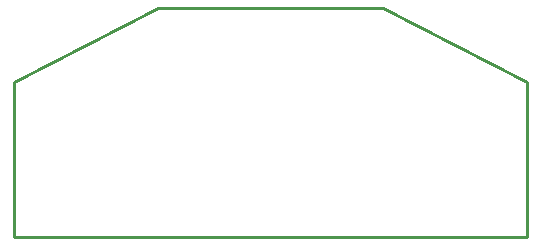
<source format=gbr>
%TF.GenerationSoftware,KiCad,Pcbnew,(5.99.0-8996-g10442b98df)*%
%TF.CreationDate,2021-04-19T08:50:07+01:00*%
%TF.ProjectId,CANduino,43414e64-7569-46e6-9f2e-6b696361645f,rev?*%
%TF.SameCoordinates,Original*%
%TF.FileFunction,Profile,NP*%
%FSLAX46Y46*%
G04 Gerber Fmt 4.6, Leading zero omitted, Abs format (unit mm)*
G04 Created by KiCad (PCBNEW (5.99.0-8996-g10442b98df)) date 2021-04-19 08:50:07*
%MOMM*%
%LPD*%
G01*
G04 APERTURE LIST*
%TA.AperFunction,Profile*%
%ADD10C,0.254000*%
%TD*%
G04 APERTURE END LIST*
D10*
X189346840Y-120045996D02*
X189346840Y-106934000D01*
X158150001Y-100649989D02*
X145950000Y-106937404D01*
X145950000Y-120045996D02*
X189346840Y-120045996D01*
X158150001Y-100649989D02*
X177150039Y-100649989D01*
X145950000Y-120045988D02*
X145950000Y-106937404D01*
X189346840Y-106934000D02*
X177150039Y-100649989D01*
M02*

</source>
